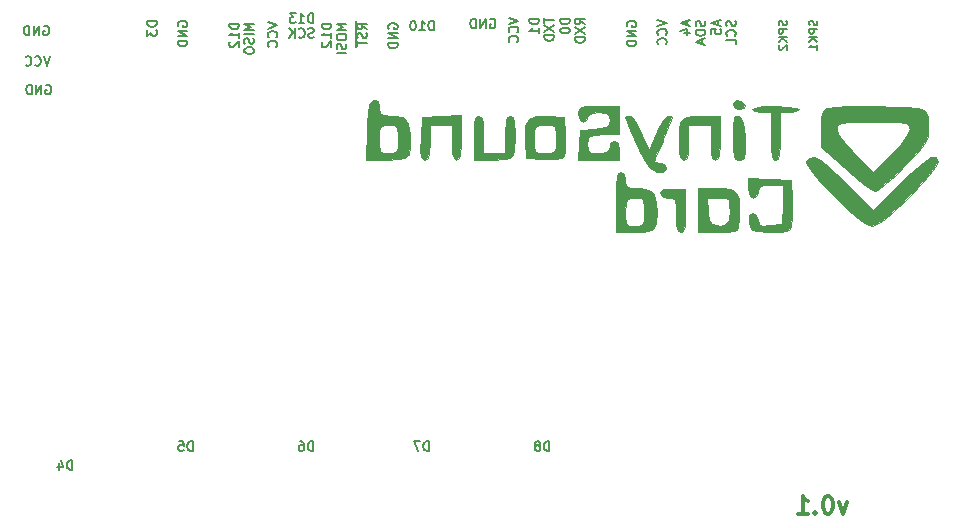
<source format=gbo>
G04 #@! TF.FileFunction,Legend,Bot*
%FSLAX46Y46*%
G04 Gerber Fmt 4.6, Leading zero omitted, Abs format (unit mm)*
G04 Created by KiCad (PCBNEW 4.0.1-stable) date 2018/09/01 18:49:11*
%MOMM*%
G01*
G04 APERTURE LIST*
%ADD10C,0.100000*%
%ADD11C,0.150000*%
%ADD12C,0.300000*%
%ADD13C,0.010000*%
%ADD14C,2.000000*%
%ADD15R,3.900000X3.900000*%
%ADD16R,2.200000X2.200000*%
%ADD17C,2.200000*%
%ADD18R,3.000000X1.400000*%
%ADD19C,1.700000*%
%ADD20R,2.100000X2.100000*%
%ADD21O,2.100000X2.100000*%
%ADD22O,2.000000X2.000000*%
%ADD23C,1.400000*%
%ADD24R,2.000000X1.100000*%
%ADD25R,1.100000X2.000000*%
%ADD26C,1.900000*%
%ADD27C,2.100000*%
%ADD28R,2.000000X2.000000*%
%ADD29C,2.400000*%
G04 APERTURE END LIST*
D10*
D11*
X64790476Y-78400000D02*
X64866667Y-78361905D01*
X64980952Y-78361905D01*
X65095238Y-78400000D01*
X65171429Y-78476190D01*
X65209524Y-78552381D01*
X65247619Y-78704762D01*
X65247619Y-78819048D01*
X65209524Y-78971429D01*
X65171429Y-79047619D01*
X65095238Y-79123810D01*
X64980952Y-79161905D01*
X64904762Y-79161905D01*
X64790476Y-79123810D01*
X64752381Y-79085714D01*
X64752381Y-78819048D01*
X64904762Y-78819048D01*
X64409524Y-79161905D02*
X64409524Y-78361905D01*
X63952381Y-79161905D01*
X63952381Y-78361905D01*
X63571429Y-79161905D02*
X63571429Y-78361905D01*
X63380953Y-78361905D01*
X63266667Y-78400000D01*
X63190476Y-78476190D01*
X63152381Y-78552381D01*
X63114286Y-78704762D01*
X63114286Y-78819048D01*
X63152381Y-78971429D01*
X63190476Y-79047619D01*
X63266667Y-79123810D01*
X63380953Y-79161905D01*
X63571429Y-79161905D01*
X64590476Y-73400000D02*
X64666667Y-73361905D01*
X64780952Y-73361905D01*
X64895238Y-73400000D01*
X64971429Y-73476190D01*
X65009524Y-73552381D01*
X65047619Y-73704762D01*
X65047619Y-73819048D01*
X65009524Y-73971429D01*
X64971429Y-74047619D01*
X64895238Y-74123810D01*
X64780952Y-74161905D01*
X64704762Y-74161905D01*
X64590476Y-74123810D01*
X64552381Y-74085714D01*
X64552381Y-73819048D01*
X64704762Y-73819048D01*
X64209524Y-74161905D02*
X64209524Y-73361905D01*
X63752381Y-74161905D01*
X63752381Y-73361905D01*
X63371429Y-74161905D02*
X63371429Y-73361905D01*
X63180953Y-73361905D01*
X63066667Y-73400000D01*
X62990476Y-73476190D01*
X62952381Y-73552381D01*
X62914286Y-73704762D01*
X62914286Y-73819048D01*
X62952381Y-73971429D01*
X62990476Y-74047619D01*
X63066667Y-74123810D01*
X63180953Y-74161905D01*
X63371429Y-74161905D01*
X65123810Y-75961905D02*
X64857143Y-76761905D01*
X64590476Y-75961905D01*
X63866667Y-76685714D02*
X63904762Y-76723810D01*
X64019048Y-76761905D01*
X64095238Y-76761905D01*
X64209524Y-76723810D01*
X64285715Y-76647619D01*
X64323810Y-76571429D01*
X64361905Y-76419048D01*
X64361905Y-76304762D01*
X64323810Y-76152381D01*
X64285715Y-76076190D01*
X64209524Y-76000000D01*
X64095238Y-75961905D01*
X64019048Y-75961905D01*
X63904762Y-76000000D01*
X63866667Y-76038095D01*
X63066667Y-76685714D02*
X63104762Y-76723810D01*
X63219048Y-76761905D01*
X63295238Y-76761905D01*
X63409524Y-76723810D01*
X63485715Y-76647619D01*
X63523810Y-76571429D01*
X63561905Y-76419048D01*
X63561905Y-76304762D01*
X63523810Y-76152381D01*
X63485715Y-76076190D01*
X63409524Y-76000000D01*
X63295238Y-75961905D01*
X63219048Y-75961905D01*
X63104762Y-76000000D01*
X63066667Y-76038095D01*
X107409524Y-109361905D02*
X107409524Y-108561905D01*
X107219048Y-108561905D01*
X107104762Y-108600000D01*
X107028571Y-108676190D01*
X106990476Y-108752381D01*
X106952381Y-108904762D01*
X106952381Y-109019048D01*
X106990476Y-109171429D01*
X107028571Y-109247619D01*
X107104762Y-109323810D01*
X107219048Y-109361905D01*
X107409524Y-109361905D01*
X106495238Y-108904762D02*
X106571429Y-108866667D01*
X106609524Y-108828571D01*
X106647619Y-108752381D01*
X106647619Y-108714286D01*
X106609524Y-108638095D01*
X106571429Y-108600000D01*
X106495238Y-108561905D01*
X106342857Y-108561905D01*
X106266667Y-108600000D01*
X106228571Y-108638095D01*
X106190476Y-108714286D01*
X106190476Y-108752381D01*
X106228571Y-108828571D01*
X106266667Y-108866667D01*
X106342857Y-108904762D01*
X106495238Y-108904762D01*
X106571429Y-108942857D01*
X106609524Y-108980952D01*
X106647619Y-109057143D01*
X106647619Y-109209524D01*
X106609524Y-109285714D01*
X106571429Y-109323810D01*
X106495238Y-109361905D01*
X106342857Y-109361905D01*
X106266667Y-109323810D01*
X106228571Y-109285714D01*
X106190476Y-109209524D01*
X106190476Y-109057143D01*
X106228571Y-108980952D01*
X106266667Y-108942857D01*
X106342857Y-108904762D01*
X97209524Y-109361905D02*
X97209524Y-108561905D01*
X97019048Y-108561905D01*
X96904762Y-108600000D01*
X96828571Y-108676190D01*
X96790476Y-108752381D01*
X96752381Y-108904762D01*
X96752381Y-109019048D01*
X96790476Y-109171429D01*
X96828571Y-109247619D01*
X96904762Y-109323810D01*
X97019048Y-109361905D01*
X97209524Y-109361905D01*
X96485714Y-108561905D02*
X95952381Y-108561905D01*
X96295238Y-109361905D01*
X87409524Y-109361905D02*
X87409524Y-108561905D01*
X87219048Y-108561905D01*
X87104762Y-108600000D01*
X87028571Y-108676190D01*
X86990476Y-108752381D01*
X86952381Y-108904762D01*
X86952381Y-109019048D01*
X86990476Y-109171429D01*
X87028571Y-109247619D01*
X87104762Y-109323810D01*
X87219048Y-109361905D01*
X87409524Y-109361905D01*
X86266667Y-108561905D02*
X86419048Y-108561905D01*
X86495238Y-108600000D01*
X86533333Y-108638095D01*
X86609524Y-108752381D01*
X86647619Y-108904762D01*
X86647619Y-109209524D01*
X86609524Y-109285714D01*
X86571429Y-109323810D01*
X86495238Y-109361905D01*
X86342857Y-109361905D01*
X86266667Y-109323810D01*
X86228571Y-109285714D01*
X86190476Y-109209524D01*
X86190476Y-109019048D01*
X86228571Y-108942857D01*
X86266667Y-108904762D01*
X86342857Y-108866667D01*
X86495238Y-108866667D01*
X86571429Y-108904762D01*
X86609524Y-108942857D01*
X86647619Y-109019048D01*
X77209524Y-109361905D02*
X77209524Y-108561905D01*
X77019048Y-108561905D01*
X76904762Y-108600000D01*
X76828571Y-108676190D01*
X76790476Y-108752381D01*
X76752381Y-108904762D01*
X76752381Y-109019048D01*
X76790476Y-109171429D01*
X76828571Y-109247619D01*
X76904762Y-109323810D01*
X77019048Y-109361905D01*
X77209524Y-109361905D01*
X76028571Y-108561905D02*
X76409524Y-108561905D01*
X76447619Y-108942857D01*
X76409524Y-108904762D01*
X76333333Y-108866667D01*
X76142857Y-108866667D01*
X76066667Y-108904762D01*
X76028571Y-108942857D01*
X75990476Y-109019048D01*
X75990476Y-109209524D01*
X76028571Y-109285714D01*
X76066667Y-109323810D01*
X76142857Y-109361905D01*
X76333333Y-109361905D01*
X76409524Y-109323810D01*
X76447619Y-109285714D01*
X67009524Y-110961905D02*
X67009524Y-110161905D01*
X66819048Y-110161905D01*
X66704762Y-110200000D01*
X66628571Y-110276190D01*
X66590476Y-110352381D01*
X66552381Y-110504762D01*
X66552381Y-110619048D01*
X66590476Y-110771429D01*
X66628571Y-110847619D01*
X66704762Y-110923810D01*
X66819048Y-110961905D01*
X67009524Y-110961905D01*
X65866667Y-110428571D02*
X65866667Y-110961905D01*
X66057143Y-110123810D02*
X66247619Y-110695238D01*
X65752381Y-110695238D01*
X130083333Y-72933333D02*
X130116667Y-73033333D01*
X130116667Y-73200000D01*
X130083333Y-73266667D01*
X130050000Y-73300000D01*
X129983333Y-73333333D01*
X129916667Y-73333333D01*
X129850000Y-73300000D01*
X129816667Y-73266667D01*
X129783333Y-73200000D01*
X129750000Y-73066667D01*
X129716667Y-73000000D01*
X129683333Y-72966667D01*
X129616667Y-72933333D01*
X129550000Y-72933333D01*
X129483333Y-72966667D01*
X129450000Y-73000000D01*
X129416667Y-73066667D01*
X129416667Y-73233333D01*
X129450000Y-73333333D01*
X130116667Y-73633334D02*
X129416667Y-73633334D01*
X129416667Y-73900000D01*
X129450000Y-73966667D01*
X129483333Y-74000000D01*
X129550000Y-74033334D01*
X129650000Y-74033334D01*
X129716667Y-74000000D01*
X129750000Y-73966667D01*
X129783333Y-73900000D01*
X129783333Y-73633334D01*
X130116667Y-74333334D02*
X129416667Y-74333334D01*
X130116667Y-74733334D02*
X129716667Y-74433334D01*
X129416667Y-74733334D02*
X129816667Y-74333334D01*
X130116667Y-75400000D02*
X130116667Y-75000000D01*
X130116667Y-75200000D02*
X129416667Y-75200000D01*
X129516667Y-75133334D01*
X129583333Y-75066667D01*
X129616667Y-75000000D01*
X127483333Y-72933333D02*
X127516667Y-73033333D01*
X127516667Y-73200000D01*
X127483333Y-73266667D01*
X127450000Y-73300000D01*
X127383333Y-73333333D01*
X127316667Y-73333333D01*
X127250000Y-73300000D01*
X127216667Y-73266667D01*
X127183333Y-73200000D01*
X127150000Y-73066667D01*
X127116667Y-73000000D01*
X127083333Y-72966667D01*
X127016667Y-72933333D01*
X126950000Y-72933333D01*
X126883333Y-72966667D01*
X126850000Y-73000000D01*
X126816667Y-73066667D01*
X126816667Y-73233333D01*
X126850000Y-73333333D01*
X127516667Y-73633334D02*
X126816667Y-73633334D01*
X126816667Y-73900000D01*
X126850000Y-73966667D01*
X126883333Y-74000000D01*
X126950000Y-74033334D01*
X127050000Y-74033334D01*
X127116667Y-74000000D01*
X127150000Y-73966667D01*
X127183333Y-73900000D01*
X127183333Y-73633334D01*
X127516667Y-74333334D02*
X126816667Y-74333334D01*
X127516667Y-74733334D02*
X127116667Y-74433334D01*
X126816667Y-74733334D02*
X127216667Y-74333334D01*
X126883333Y-75000000D02*
X126850000Y-75033334D01*
X126816667Y-75100000D01*
X126816667Y-75266667D01*
X126850000Y-75333334D01*
X126883333Y-75366667D01*
X126950000Y-75400000D01*
X127016667Y-75400000D01*
X127116667Y-75366667D01*
X127516667Y-74966667D01*
X127516667Y-75400000D01*
X121698333Y-72952381D02*
X121698333Y-73333333D01*
X121926905Y-72876190D02*
X121126905Y-73142857D01*
X121926905Y-73409524D01*
X121126905Y-74057143D02*
X121126905Y-73676190D01*
X121507857Y-73638095D01*
X121469762Y-73676190D01*
X121431667Y-73752381D01*
X121431667Y-73942857D01*
X121469762Y-74019047D01*
X121507857Y-74057143D01*
X121584048Y-74095238D01*
X121774524Y-74095238D01*
X121850714Y-74057143D01*
X121888810Y-74019047D01*
X121926905Y-73942857D01*
X121926905Y-73752381D01*
X121888810Y-73676190D01*
X121850714Y-73638095D01*
X123158810Y-72952381D02*
X123196905Y-73066667D01*
X123196905Y-73257143D01*
X123158810Y-73333333D01*
X123120714Y-73371429D01*
X123044524Y-73409524D01*
X122968333Y-73409524D01*
X122892143Y-73371429D01*
X122854048Y-73333333D01*
X122815952Y-73257143D01*
X122777857Y-73104762D01*
X122739762Y-73028571D01*
X122701667Y-72990476D01*
X122625476Y-72952381D01*
X122549286Y-72952381D01*
X122473095Y-72990476D01*
X122435000Y-73028571D01*
X122396905Y-73104762D01*
X122396905Y-73295238D01*
X122435000Y-73409524D01*
X123120714Y-74209524D02*
X123158810Y-74171429D01*
X123196905Y-74057143D01*
X123196905Y-73980953D01*
X123158810Y-73866667D01*
X123082619Y-73790476D01*
X123006429Y-73752381D01*
X122854048Y-73714286D01*
X122739762Y-73714286D01*
X122587381Y-73752381D01*
X122511190Y-73790476D01*
X122435000Y-73866667D01*
X122396905Y-73980953D01*
X122396905Y-74057143D01*
X122435000Y-74171429D01*
X122473095Y-74209524D01*
X123196905Y-74933334D02*
X123196905Y-74552381D01*
X122396905Y-74552381D01*
X119098333Y-72952381D02*
X119098333Y-73333333D01*
X119326905Y-72876190D02*
X118526905Y-73142857D01*
X119326905Y-73409524D01*
X118793571Y-74019047D02*
X119326905Y-74019047D01*
X118488810Y-73828571D02*
X119060238Y-73638095D01*
X119060238Y-74133333D01*
X120558810Y-72952381D02*
X120596905Y-73066667D01*
X120596905Y-73257143D01*
X120558810Y-73333333D01*
X120520714Y-73371429D01*
X120444524Y-73409524D01*
X120368333Y-73409524D01*
X120292143Y-73371429D01*
X120254048Y-73333333D01*
X120215952Y-73257143D01*
X120177857Y-73104762D01*
X120139762Y-73028571D01*
X120101667Y-72990476D01*
X120025476Y-72952381D01*
X119949286Y-72952381D01*
X119873095Y-72990476D01*
X119835000Y-73028571D01*
X119796905Y-73104762D01*
X119796905Y-73295238D01*
X119835000Y-73409524D01*
X120596905Y-73752381D02*
X119796905Y-73752381D01*
X119796905Y-73942857D01*
X119835000Y-74057143D01*
X119911190Y-74133334D01*
X119987381Y-74171429D01*
X120139762Y-74209524D01*
X120254048Y-74209524D01*
X120406429Y-74171429D01*
X120482619Y-74133334D01*
X120558810Y-74057143D01*
X120596905Y-73942857D01*
X120596905Y-73752381D01*
X120368333Y-74514286D02*
X120368333Y-74895238D01*
X120596905Y-74438095D02*
X119796905Y-74704762D01*
X120596905Y-74971429D01*
X116561905Y-72876190D02*
X117361905Y-73142857D01*
X116561905Y-73409524D01*
X117285714Y-74133333D02*
X117323810Y-74095238D01*
X117361905Y-73980952D01*
X117361905Y-73904762D01*
X117323810Y-73790476D01*
X117247619Y-73714285D01*
X117171429Y-73676190D01*
X117019048Y-73638095D01*
X116904762Y-73638095D01*
X116752381Y-73676190D01*
X116676190Y-73714285D01*
X116600000Y-73790476D01*
X116561905Y-73904762D01*
X116561905Y-73980952D01*
X116600000Y-74095238D01*
X116638095Y-74133333D01*
X117285714Y-74933333D02*
X117323810Y-74895238D01*
X117361905Y-74780952D01*
X117361905Y-74704762D01*
X117323810Y-74590476D01*
X117247619Y-74514285D01*
X117171429Y-74476190D01*
X117019048Y-74438095D01*
X116904762Y-74438095D01*
X116752381Y-74476190D01*
X116676190Y-74514285D01*
X116600000Y-74590476D01*
X116561905Y-74704762D01*
X116561905Y-74780952D01*
X116600000Y-74895238D01*
X116638095Y-74933333D01*
X114000000Y-73409524D02*
X113961905Y-73333333D01*
X113961905Y-73219048D01*
X114000000Y-73104762D01*
X114076190Y-73028571D01*
X114152381Y-72990476D01*
X114304762Y-72952381D01*
X114419048Y-72952381D01*
X114571429Y-72990476D01*
X114647619Y-73028571D01*
X114723810Y-73104762D01*
X114761905Y-73219048D01*
X114761905Y-73295238D01*
X114723810Y-73409524D01*
X114685714Y-73447619D01*
X114419048Y-73447619D01*
X114419048Y-73295238D01*
X114761905Y-73790476D02*
X113961905Y-73790476D01*
X114761905Y-74247619D01*
X113961905Y-74247619D01*
X114761905Y-74628571D02*
X113961905Y-74628571D01*
X113961905Y-74819047D01*
X114000000Y-74933333D01*
X114076190Y-75009524D01*
X114152381Y-75047619D01*
X114304762Y-75085714D01*
X114419048Y-75085714D01*
X114571429Y-75047619D01*
X114647619Y-75009524D01*
X114723810Y-74933333D01*
X114761905Y-74819047D01*
X114761905Y-74628571D01*
X109126905Y-72790476D02*
X108326905Y-72790476D01*
X108326905Y-72980952D01*
X108365000Y-73095238D01*
X108441190Y-73171429D01*
X108517381Y-73209524D01*
X108669762Y-73247619D01*
X108784048Y-73247619D01*
X108936429Y-73209524D01*
X109012619Y-73171429D01*
X109088810Y-73095238D01*
X109126905Y-72980952D01*
X109126905Y-72790476D01*
X108326905Y-73742857D02*
X108326905Y-73819048D01*
X108365000Y-73895238D01*
X108403095Y-73933333D01*
X108479286Y-73971429D01*
X108631667Y-74009524D01*
X108822143Y-74009524D01*
X108974524Y-73971429D01*
X109050714Y-73933333D01*
X109088810Y-73895238D01*
X109126905Y-73819048D01*
X109126905Y-73742857D01*
X109088810Y-73666667D01*
X109050714Y-73628571D01*
X108974524Y-73590476D01*
X108822143Y-73552381D01*
X108631667Y-73552381D01*
X108479286Y-73590476D01*
X108403095Y-73628571D01*
X108365000Y-73666667D01*
X108326905Y-73742857D01*
X110396905Y-73247619D02*
X110015952Y-72980952D01*
X110396905Y-72790476D02*
X109596905Y-72790476D01*
X109596905Y-73095238D01*
X109635000Y-73171429D01*
X109673095Y-73209524D01*
X109749286Y-73247619D01*
X109863571Y-73247619D01*
X109939762Y-73209524D01*
X109977857Y-73171429D01*
X110015952Y-73095238D01*
X110015952Y-72790476D01*
X109596905Y-73514286D02*
X110396905Y-74047619D01*
X109596905Y-74047619D02*
X110396905Y-73514286D01*
X110396905Y-74352381D02*
X109596905Y-74352381D01*
X109596905Y-74542857D01*
X109635000Y-74657143D01*
X109711190Y-74733334D01*
X109787381Y-74771429D01*
X109939762Y-74809524D01*
X110054048Y-74809524D01*
X110206429Y-74771429D01*
X110282619Y-74733334D01*
X110358810Y-74657143D01*
X110396905Y-74542857D01*
X110396905Y-74352381D01*
X106526905Y-72790476D02*
X105726905Y-72790476D01*
X105726905Y-72980952D01*
X105765000Y-73095238D01*
X105841190Y-73171429D01*
X105917381Y-73209524D01*
X106069762Y-73247619D01*
X106184048Y-73247619D01*
X106336429Y-73209524D01*
X106412619Y-73171429D01*
X106488810Y-73095238D01*
X106526905Y-72980952D01*
X106526905Y-72790476D01*
X106526905Y-74009524D02*
X106526905Y-73552381D01*
X106526905Y-73780952D02*
X105726905Y-73780952D01*
X105841190Y-73704762D01*
X105917381Y-73628571D01*
X105955476Y-73552381D01*
X106996905Y-72676190D02*
X106996905Y-73133333D01*
X107796905Y-72904762D02*
X106996905Y-72904762D01*
X106996905Y-73323810D02*
X107796905Y-73857143D01*
X106996905Y-73857143D02*
X107796905Y-73323810D01*
X107796905Y-74161905D02*
X106996905Y-74161905D01*
X106996905Y-74352381D01*
X107035000Y-74466667D01*
X107111190Y-74542858D01*
X107187381Y-74580953D01*
X107339762Y-74619048D01*
X107454048Y-74619048D01*
X107606429Y-74580953D01*
X107682619Y-74542858D01*
X107758810Y-74466667D01*
X107796905Y-74352381D01*
X107796905Y-74161905D01*
X102390476Y-72800000D02*
X102466667Y-72761905D01*
X102580952Y-72761905D01*
X102695238Y-72800000D01*
X102771429Y-72876190D01*
X102809524Y-72952381D01*
X102847619Y-73104762D01*
X102847619Y-73219048D01*
X102809524Y-73371429D01*
X102771429Y-73447619D01*
X102695238Y-73523810D01*
X102580952Y-73561905D01*
X102504762Y-73561905D01*
X102390476Y-73523810D01*
X102352381Y-73485714D01*
X102352381Y-73219048D01*
X102504762Y-73219048D01*
X102009524Y-73561905D02*
X102009524Y-72761905D01*
X101552381Y-73561905D01*
X101552381Y-72761905D01*
X101171429Y-73561905D02*
X101171429Y-72761905D01*
X100980953Y-72761905D01*
X100866667Y-72800000D01*
X100790476Y-72876190D01*
X100752381Y-72952381D01*
X100714286Y-73104762D01*
X100714286Y-73219048D01*
X100752381Y-73371429D01*
X100790476Y-73447619D01*
X100866667Y-73523810D01*
X100980953Y-73561905D01*
X101171429Y-73561905D01*
X103961905Y-72676190D02*
X104761905Y-72942857D01*
X103961905Y-73209524D01*
X104685714Y-73933333D02*
X104723810Y-73895238D01*
X104761905Y-73780952D01*
X104761905Y-73704762D01*
X104723810Y-73590476D01*
X104647619Y-73514285D01*
X104571429Y-73476190D01*
X104419048Y-73438095D01*
X104304762Y-73438095D01*
X104152381Y-73476190D01*
X104076190Y-73514285D01*
X104000000Y-73590476D01*
X103961905Y-73704762D01*
X103961905Y-73780952D01*
X104000000Y-73895238D01*
X104038095Y-73933333D01*
X104685714Y-74733333D02*
X104723810Y-74695238D01*
X104761905Y-74580952D01*
X104761905Y-74504762D01*
X104723810Y-74390476D01*
X104647619Y-74314285D01*
X104571429Y-74276190D01*
X104419048Y-74238095D01*
X104304762Y-74238095D01*
X104152381Y-74276190D01*
X104076190Y-74314285D01*
X104000000Y-74390476D01*
X103961905Y-74504762D01*
X103961905Y-74580952D01*
X104000000Y-74695238D01*
X104038095Y-74733333D01*
X97609524Y-73761905D02*
X97609524Y-72961905D01*
X97419048Y-72961905D01*
X97304762Y-73000000D01*
X97228571Y-73076190D01*
X97190476Y-73152381D01*
X97152381Y-73304762D01*
X97152381Y-73419048D01*
X97190476Y-73571429D01*
X97228571Y-73647619D01*
X97304762Y-73723810D01*
X97419048Y-73761905D01*
X97609524Y-73761905D01*
X96390476Y-73761905D02*
X96847619Y-73761905D01*
X96619048Y-73761905D02*
X96619048Y-72961905D01*
X96695238Y-73076190D01*
X96771429Y-73152381D01*
X96847619Y-73190476D01*
X95895238Y-72961905D02*
X95819047Y-72961905D01*
X95742857Y-73000000D01*
X95704762Y-73038095D01*
X95666666Y-73114286D01*
X95628571Y-73266667D01*
X95628571Y-73457143D01*
X95666666Y-73609524D01*
X95704762Y-73685714D01*
X95742857Y-73723810D01*
X95819047Y-73761905D01*
X95895238Y-73761905D01*
X95971428Y-73723810D01*
X96009524Y-73685714D01*
X96047619Y-73609524D01*
X96085714Y-73457143D01*
X96085714Y-73266667D01*
X96047619Y-73114286D01*
X96009524Y-73038095D01*
X95971428Y-73000000D01*
X95895238Y-72961905D01*
X93800000Y-73609524D02*
X93761905Y-73533333D01*
X93761905Y-73419048D01*
X93800000Y-73304762D01*
X93876190Y-73228571D01*
X93952381Y-73190476D01*
X94104762Y-73152381D01*
X94219048Y-73152381D01*
X94371429Y-73190476D01*
X94447619Y-73228571D01*
X94523810Y-73304762D01*
X94561905Y-73419048D01*
X94561905Y-73495238D01*
X94523810Y-73609524D01*
X94485714Y-73647619D01*
X94219048Y-73647619D01*
X94219048Y-73495238D01*
X94561905Y-73990476D02*
X93761905Y-73990476D01*
X94561905Y-74447619D01*
X93761905Y-74447619D01*
X94561905Y-74828571D02*
X93761905Y-74828571D01*
X93761905Y-75019047D01*
X93800000Y-75133333D01*
X93876190Y-75209524D01*
X93952381Y-75247619D01*
X94104762Y-75285714D01*
X94219048Y-75285714D01*
X94371429Y-75247619D01*
X94447619Y-75209524D01*
X94523810Y-75133333D01*
X94561905Y-75019047D01*
X94561905Y-74828571D01*
X91961905Y-73647619D02*
X91580952Y-73380952D01*
X91961905Y-73190476D02*
X91161905Y-73190476D01*
X91161905Y-73495238D01*
X91200000Y-73571429D01*
X91238095Y-73609524D01*
X91314286Y-73647619D01*
X91428571Y-73647619D01*
X91504762Y-73609524D01*
X91542857Y-73571429D01*
X91580952Y-73495238D01*
X91580952Y-73190476D01*
X91923810Y-73952381D02*
X91961905Y-74066667D01*
X91961905Y-74257143D01*
X91923810Y-74333333D01*
X91885714Y-74371429D01*
X91809524Y-74409524D01*
X91733333Y-74409524D01*
X91657143Y-74371429D01*
X91619048Y-74333333D01*
X91580952Y-74257143D01*
X91542857Y-74104762D01*
X91504762Y-74028571D01*
X91466667Y-73990476D01*
X91390476Y-73952381D01*
X91314286Y-73952381D01*
X91238095Y-73990476D01*
X91200000Y-74028571D01*
X91161905Y-74104762D01*
X91161905Y-74295238D01*
X91200000Y-74409524D01*
X91161905Y-74638095D02*
X91161905Y-75095238D01*
X91961905Y-74866667D02*
X91161905Y-74866667D01*
X91024000Y-73000000D02*
X91024000Y-75171429D01*
X88926905Y-73190476D02*
X88126905Y-73190476D01*
X88126905Y-73380952D01*
X88165000Y-73495238D01*
X88241190Y-73571429D01*
X88317381Y-73609524D01*
X88469762Y-73647619D01*
X88584048Y-73647619D01*
X88736429Y-73609524D01*
X88812619Y-73571429D01*
X88888810Y-73495238D01*
X88926905Y-73380952D01*
X88926905Y-73190476D01*
X88926905Y-74409524D02*
X88926905Y-73952381D01*
X88926905Y-74180952D02*
X88126905Y-74180952D01*
X88241190Y-74104762D01*
X88317381Y-74028571D01*
X88355476Y-73952381D01*
X88203095Y-74714286D02*
X88165000Y-74752381D01*
X88126905Y-74828572D01*
X88126905Y-75019048D01*
X88165000Y-75095238D01*
X88203095Y-75133334D01*
X88279286Y-75171429D01*
X88355476Y-75171429D01*
X88469762Y-75133334D01*
X88926905Y-74676191D01*
X88926905Y-75171429D01*
X90196905Y-73190476D02*
X89396905Y-73190476D01*
X89968333Y-73457143D01*
X89396905Y-73723810D01*
X90196905Y-73723810D01*
X89396905Y-74257143D02*
X89396905Y-74409524D01*
X89435000Y-74485715D01*
X89511190Y-74561905D01*
X89663571Y-74600000D01*
X89930238Y-74600000D01*
X90082619Y-74561905D01*
X90158810Y-74485715D01*
X90196905Y-74409524D01*
X90196905Y-74257143D01*
X90158810Y-74180953D01*
X90082619Y-74104762D01*
X89930238Y-74066667D01*
X89663571Y-74066667D01*
X89511190Y-74104762D01*
X89435000Y-74180953D01*
X89396905Y-74257143D01*
X90158810Y-74904762D02*
X90196905Y-75019048D01*
X90196905Y-75209524D01*
X90158810Y-75285714D01*
X90120714Y-75323810D01*
X90044524Y-75361905D01*
X89968333Y-75361905D01*
X89892143Y-75323810D01*
X89854048Y-75285714D01*
X89815952Y-75209524D01*
X89777857Y-75057143D01*
X89739762Y-74980952D01*
X89701667Y-74942857D01*
X89625476Y-74904762D01*
X89549286Y-74904762D01*
X89473095Y-74942857D01*
X89435000Y-74980952D01*
X89396905Y-75057143D01*
X89396905Y-75247619D01*
X89435000Y-75361905D01*
X90196905Y-75704762D02*
X89396905Y-75704762D01*
X87409524Y-73126905D02*
X87409524Y-72326905D01*
X87219048Y-72326905D01*
X87104762Y-72365000D01*
X87028571Y-72441190D01*
X86990476Y-72517381D01*
X86952381Y-72669762D01*
X86952381Y-72784048D01*
X86990476Y-72936429D01*
X87028571Y-73012619D01*
X87104762Y-73088810D01*
X87219048Y-73126905D01*
X87409524Y-73126905D01*
X86190476Y-73126905D02*
X86647619Y-73126905D01*
X86419048Y-73126905D02*
X86419048Y-72326905D01*
X86495238Y-72441190D01*
X86571429Y-72517381D01*
X86647619Y-72555476D01*
X85923809Y-72326905D02*
X85428571Y-72326905D01*
X85695238Y-72631667D01*
X85580952Y-72631667D01*
X85504762Y-72669762D01*
X85466666Y-72707857D01*
X85428571Y-72784048D01*
X85428571Y-72974524D01*
X85466666Y-73050714D01*
X85504762Y-73088810D01*
X85580952Y-73126905D01*
X85809524Y-73126905D01*
X85885714Y-73088810D01*
X85923809Y-73050714D01*
X87447619Y-74358810D02*
X87333333Y-74396905D01*
X87142857Y-74396905D01*
X87066667Y-74358810D01*
X87028571Y-74320714D01*
X86990476Y-74244524D01*
X86990476Y-74168333D01*
X87028571Y-74092143D01*
X87066667Y-74054048D01*
X87142857Y-74015952D01*
X87295238Y-73977857D01*
X87371429Y-73939762D01*
X87409524Y-73901667D01*
X87447619Y-73825476D01*
X87447619Y-73749286D01*
X87409524Y-73673095D01*
X87371429Y-73635000D01*
X87295238Y-73596905D01*
X87104762Y-73596905D01*
X86990476Y-73635000D01*
X86190476Y-74320714D02*
X86228571Y-74358810D01*
X86342857Y-74396905D01*
X86419047Y-74396905D01*
X86533333Y-74358810D01*
X86609524Y-74282619D01*
X86647619Y-74206429D01*
X86685714Y-74054048D01*
X86685714Y-73939762D01*
X86647619Y-73787381D01*
X86609524Y-73711190D01*
X86533333Y-73635000D01*
X86419047Y-73596905D01*
X86342857Y-73596905D01*
X86228571Y-73635000D01*
X86190476Y-73673095D01*
X85847619Y-74396905D02*
X85847619Y-73596905D01*
X85390476Y-74396905D02*
X85733333Y-73939762D01*
X85390476Y-73596905D02*
X85847619Y-74054048D01*
X83561905Y-73076190D02*
X84361905Y-73342857D01*
X83561905Y-73609524D01*
X84285714Y-74333333D02*
X84323810Y-74295238D01*
X84361905Y-74180952D01*
X84361905Y-74104762D01*
X84323810Y-73990476D01*
X84247619Y-73914285D01*
X84171429Y-73876190D01*
X84019048Y-73838095D01*
X83904762Y-73838095D01*
X83752381Y-73876190D01*
X83676190Y-73914285D01*
X83600000Y-73990476D01*
X83561905Y-74104762D01*
X83561905Y-74180952D01*
X83600000Y-74295238D01*
X83638095Y-74333333D01*
X84285714Y-75133333D02*
X84323810Y-75095238D01*
X84361905Y-74980952D01*
X84361905Y-74904762D01*
X84323810Y-74790476D01*
X84247619Y-74714285D01*
X84171429Y-74676190D01*
X84019048Y-74638095D01*
X83904762Y-74638095D01*
X83752381Y-74676190D01*
X83676190Y-74714285D01*
X83600000Y-74790476D01*
X83561905Y-74904762D01*
X83561905Y-74980952D01*
X83600000Y-75095238D01*
X83638095Y-75133333D01*
X81126905Y-73190476D02*
X80326905Y-73190476D01*
X80326905Y-73380952D01*
X80365000Y-73495238D01*
X80441190Y-73571429D01*
X80517381Y-73609524D01*
X80669762Y-73647619D01*
X80784048Y-73647619D01*
X80936429Y-73609524D01*
X81012619Y-73571429D01*
X81088810Y-73495238D01*
X81126905Y-73380952D01*
X81126905Y-73190476D01*
X81126905Y-74409524D02*
X81126905Y-73952381D01*
X81126905Y-74180952D02*
X80326905Y-74180952D01*
X80441190Y-74104762D01*
X80517381Y-74028571D01*
X80555476Y-73952381D01*
X80403095Y-74714286D02*
X80365000Y-74752381D01*
X80326905Y-74828572D01*
X80326905Y-75019048D01*
X80365000Y-75095238D01*
X80403095Y-75133334D01*
X80479286Y-75171429D01*
X80555476Y-75171429D01*
X80669762Y-75133334D01*
X81126905Y-74676191D01*
X81126905Y-75171429D01*
X82396905Y-73190476D02*
X81596905Y-73190476D01*
X82168333Y-73457143D01*
X81596905Y-73723810D01*
X82396905Y-73723810D01*
X82396905Y-74104762D02*
X81596905Y-74104762D01*
X82358810Y-74447619D02*
X82396905Y-74561905D01*
X82396905Y-74752381D01*
X82358810Y-74828571D01*
X82320714Y-74866667D01*
X82244524Y-74904762D01*
X82168333Y-74904762D01*
X82092143Y-74866667D01*
X82054048Y-74828571D01*
X82015952Y-74752381D01*
X81977857Y-74600000D01*
X81939762Y-74523809D01*
X81901667Y-74485714D01*
X81825476Y-74447619D01*
X81749286Y-74447619D01*
X81673095Y-74485714D01*
X81635000Y-74523809D01*
X81596905Y-74600000D01*
X81596905Y-74790476D01*
X81635000Y-74904762D01*
X81596905Y-75400000D02*
X81596905Y-75552381D01*
X81635000Y-75628572D01*
X81711190Y-75704762D01*
X81863571Y-75742857D01*
X82130238Y-75742857D01*
X82282619Y-75704762D01*
X82358810Y-75628572D01*
X82396905Y-75552381D01*
X82396905Y-75400000D01*
X82358810Y-75323810D01*
X82282619Y-75247619D01*
X82130238Y-75209524D01*
X81863571Y-75209524D01*
X81711190Y-75247619D01*
X81635000Y-75323810D01*
X81596905Y-75400000D01*
X76000000Y-73409524D02*
X75961905Y-73333333D01*
X75961905Y-73219048D01*
X76000000Y-73104762D01*
X76076190Y-73028571D01*
X76152381Y-72990476D01*
X76304762Y-72952381D01*
X76419048Y-72952381D01*
X76571429Y-72990476D01*
X76647619Y-73028571D01*
X76723810Y-73104762D01*
X76761905Y-73219048D01*
X76761905Y-73295238D01*
X76723810Y-73409524D01*
X76685714Y-73447619D01*
X76419048Y-73447619D01*
X76419048Y-73295238D01*
X76761905Y-73790476D02*
X75961905Y-73790476D01*
X76761905Y-74247619D01*
X75961905Y-74247619D01*
X76761905Y-74628571D02*
X75961905Y-74628571D01*
X75961905Y-74819047D01*
X76000000Y-74933333D01*
X76076190Y-75009524D01*
X76152381Y-75047619D01*
X76304762Y-75085714D01*
X76419048Y-75085714D01*
X76571429Y-75047619D01*
X76647619Y-75009524D01*
X76723810Y-74933333D01*
X76761905Y-74819047D01*
X76761905Y-74628571D01*
X74161905Y-72990476D02*
X73361905Y-72990476D01*
X73361905Y-73180952D01*
X73400000Y-73295238D01*
X73476190Y-73371429D01*
X73552381Y-73409524D01*
X73704762Y-73447619D01*
X73819048Y-73447619D01*
X73971429Y-73409524D01*
X74047619Y-73371429D01*
X74123810Y-73295238D01*
X74161905Y-73180952D01*
X74161905Y-72990476D01*
X73361905Y-73714286D02*
X73361905Y-74209524D01*
X73666667Y-73942857D01*
X73666667Y-74057143D01*
X73704762Y-74133333D01*
X73742857Y-74171429D01*
X73819048Y-74209524D01*
X74009524Y-74209524D01*
X74085714Y-74171429D01*
X74123810Y-74133333D01*
X74161905Y-74057143D01*
X74161905Y-73828571D01*
X74123810Y-73752381D01*
X74085714Y-73714286D01*
D12*
X132642856Y-113678571D02*
X132285713Y-114678571D01*
X131928571Y-113678571D01*
X131071428Y-113178571D02*
X130928571Y-113178571D01*
X130785714Y-113250000D01*
X130714285Y-113321429D01*
X130642856Y-113464286D01*
X130571428Y-113750000D01*
X130571428Y-114107143D01*
X130642856Y-114392857D01*
X130714285Y-114535714D01*
X130785714Y-114607143D01*
X130928571Y-114678571D01*
X131071428Y-114678571D01*
X131214285Y-114607143D01*
X131285714Y-114535714D01*
X131357142Y-114392857D01*
X131428571Y-114107143D01*
X131428571Y-113750000D01*
X131357142Y-113464286D01*
X131285714Y-113321429D01*
X131214285Y-113250000D01*
X131071428Y-113178571D01*
X129928571Y-114535714D02*
X129857143Y-114607143D01*
X129928571Y-114678571D01*
X130000000Y-114607143D01*
X129928571Y-114535714D01*
X129928571Y-114678571D01*
X128428571Y-114678571D02*
X129285714Y-114678571D01*
X128857142Y-114678571D02*
X128857142Y-113178571D01*
X128999999Y-113392857D01*
X129142857Y-113535714D01*
X129285714Y-113607143D01*
D13*
G36*
X124271053Y-87109363D02*
X124386990Y-87751486D01*
X124672106Y-87923684D01*
X124998721Y-87700780D01*
X125073158Y-87388947D01*
X125161651Y-87040715D01*
X125520345Y-86885687D01*
X126155390Y-86854210D01*
X127237622Y-86854210D01*
X127158022Y-88525263D01*
X127078421Y-90196315D01*
X126075790Y-90279297D01*
X125412829Y-90292290D01*
X125127958Y-90136333D01*
X125073158Y-89811403D01*
X124902384Y-89357062D01*
X124654346Y-89260526D01*
X124351282Y-89433694D01*
X124320136Y-89995789D01*
X124399425Y-90399697D01*
X124606264Y-90628510D01*
X125070729Y-90742871D01*
X125922899Y-90803423D01*
X126067548Y-90810439D01*
X126983962Y-90838391D01*
X127502435Y-90784408D01*
X127758157Y-90607935D01*
X127886319Y-90268419D01*
X127887289Y-90264561D01*
X127959990Y-89656754D01*
X127982018Y-88748957D01*
X127962374Y-88046227D01*
X127880527Y-86453158D01*
X126075790Y-86374099D01*
X124271053Y-86295041D01*
X124271053Y-87109363D01*
X124271053Y-87109363D01*
G37*
X124271053Y-87109363D02*
X124386990Y-87751486D01*
X124672106Y-87923684D01*
X124998721Y-87700780D01*
X125073158Y-87388947D01*
X125161651Y-87040715D01*
X125520345Y-86885687D01*
X126155390Y-86854210D01*
X127237622Y-86854210D01*
X127158022Y-88525263D01*
X127078421Y-90196315D01*
X126075790Y-90279297D01*
X125412829Y-90292290D01*
X125127958Y-90136333D01*
X125073158Y-89811403D01*
X124902384Y-89357062D01*
X124654346Y-89260526D01*
X124351282Y-89433694D01*
X124320136Y-89995789D01*
X124399425Y-90399697D01*
X124606264Y-90628510D01*
X125070729Y-90742871D01*
X125922899Y-90803423D01*
X126067548Y-90810439D01*
X126983962Y-90838391D01*
X127502435Y-90784408D01*
X127758157Y-90607935D01*
X127886319Y-90268419D01*
X127887289Y-90264561D01*
X127959990Y-89656754D01*
X127982018Y-88748957D01*
X127962374Y-88046227D01*
X127880527Y-86453158D01*
X126075790Y-86374099D01*
X124271053Y-86295041D01*
X124271053Y-87109363D01*
G36*
X119993158Y-90864736D02*
X121552807Y-90864736D01*
X122423362Y-90836327D01*
X123063160Y-90762829D01*
X123290702Y-90686491D01*
X123387741Y-90340996D01*
X123452480Y-89634558D01*
X123468948Y-88977202D01*
X123467862Y-88948596D01*
X122666842Y-88948596D01*
X122609727Y-89782612D01*
X122381004Y-90196557D01*
X121894613Y-90298214D01*
X121607375Y-90275432D01*
X121169680Y-90154333D01*
X120950304Y-89821853D01*
X120851299Y-89121484D01*
X120846733Y-89060000D01*
X120764517Y-87923684D01*
X121715680Y-87923684D01*
X122333626Y-87957836D01*
X122601568Y-88165223D01*
X122665572Y-88703235D01*
X122666842Y-88948596D01*
X123467862Y-88948596D01*
X123434070Y-88059304D01*
X123257617Y-87507424D01*
X122831856Y-87229045D01*
X122049058Y-87131653D01*
X121308133Y-87121579D01*
X119993158Y-87121579D01*
X119993158Y-90864736D01*
X119993158Y-90864736D01*
G37*
X119993158Y-90864736D02*
X121552807Y-90864736D01*
X122423362Y-90836327D01*
X123063160Y-90762829D01*
X123290702Y-90686491D01*
X123387741Y-90340996D01*
X123452480Y-89634558D01*
X123468948Y-88977202D01*
X123467862Y-88948596D01*
X122666842Y-88948596D01*
X122609727Y-89782612D01*
X122381004Y-90196557D01*
X121894613Y-90298214D01*
X121607375Y-90275432D01*
X121169680Y-90154333D01*
X120950304Y-89821853D01*
X120851299Y-89121484D01*
X120846733Y-89060000D01*
X120764517Y-87923684D01*
X121715680Y-87923684D01*
X122333626Y-87957836D01*
X122601568Y-88165223D01*
X122665572Y-88703235D01*
X122666842Y-88948596D01*
X123467862Y-88948596D01*
X123434070Y-88059304D01*
X123257617Y-87507424D01*
X122831856Y-87229045D01*
X122049058Y-87131653D01*
X121308133Y-87121579D01*
X119993158Y-87121579D01*
X119993158Y-90864736D01*
G36*
X117102665Y-87228179D02*
X116798956Y-87446666D01*
X116784737Y-87539390D01*
X117017629Y-87843895D01*
X117453158Y-87923684D01*
X117835977Y-87961856D01*
X118035307Y-88163610D01*
X118110629Y-88659801D01*
X118121579Y-89394210D01*
X118157585Y-90281025D01*
X118283927Y-90737594D01*
X118522632Y-90864736D01*
X118742126Y-90753359D01*
X118866935Y-90353420D01*
X118918572Y-89566211D01*
X118923685Y-89024676D01*
X118923685Y-87184615D01*
X117854211Y-87169856D01*
X117102665Y-87228179D01*
X117102665Y-87228179D01*
G37*
X117102665Y-87228179D02*
X116798956Y-87446666D01*
X116784737Y-87539390D01*
X117017629Y-87843895D01*
X117453158Y-87923684D01*
X117835977Y-87961856D01*
X118035307Y-88163610D01*
X118110629Y-88659801D01*
X118121579Y-89394210D01*
X118157585Y-90281025D01*
X118283927Y-90737594D01*
X118522632Y-90864736D01*
X118742126Y-90753359D01*
X118866935Y-90353420D01*
X118918572Y-89566211D01*
X118923685Y-89024676D01*
X118923685Y-87184615D01*
X117854211Y-87169856D01*
X117102665Y-87228179D01*
G36*
X113251454Y-85875641D02*
X113130469Y-86208116D01*
X113065523Y-86871804D01*
X113042461Y-87956348D01*
X113041579Y-88324736D01*
X113041579Y-90864736D01*
X114458632Y-90864736D01*
X115321878Y-90807409D01*
X115981872Y-90660732D01*
X116196527Y-90543894D01*
X116420709Y-90031175D01*
X116507256Y-89228489D01*
X116500847Y-89126842D01*
X115447895Y-89126842D01*
X115424643Y-89866682D01*
X115290391Y-90217094D01*
X114948392Y-90323198D01*
X114645790Y-90330000D01*
X114152563Y-90295122D01*
X113918955Y-90093744D01*
X113848219Y-89580745D01*
X113843685Y-89126842D01*
X113866936Y-88387002D01*
X114001189Y-88036589D01*
X114343188Y-87930485D01*
X114645790Y-87923684D01*
X115139017Y-87958561D01*
X115372625Y-88159940D01*
X115443361Y-88672939D01*
X115447895Y-89126842D01*
X116500847Y-89126842D01*
X116452716Y-88363497D01*
X116253633Y-87663859D01*
X116240593Y-87638738D01*
X115846379Y-87263653D01*
X115117236Y-87125586D01*
X114903751Y-87121579D01*
X114218566Y-87084332D01*
X113915572Y-86909188D01*
X113843939Y-86501041D01*
X113843685Y-86453158D01*
X113704230Y-85915562D01*
X113442632Y-85784736D01*
X113251454Y-85875641D01*
X113251454Y-85875641D01*
G37*
X113251454Y-85875641D02*
X113130469Y-86208116D01*
X113065523Y-86871804D01*
X113042461Y-87956348D01*
X113041579Y-88324736D01*
X113041579Y-90864736D01*
X114458632Y-90864736D01*
X115321878Y-90807409D01*
X115981872Y-90660732D01*
X116196527Y-90543894D01*
X116420709Y-90031175D01*
X116507256Y-89228489D01*
X116500847Y-89126842D01*
X115447895Y-89126842D01*
X115424643Y-89866682D01*
X115290391Y-90217094D01*
X114948392Y-90323198D01*
X114645790Y-90330000D01*
X114152563Y-90295122D01*
X113918955Y-90093744D01*
X113848219Y-89580745D01*
X113843685Y-89126842D01*
X113866936Y-88387002D01*
X114001189Y-88036589D01*
X114343188Y-87930485D01*
X114645790Y-87923684D01*
X115139017Y-87958561D01*
X115372625Y-88159940D01*
X115443361Y-88672939D01*
X115447895Y-89126842D01*
X116500847Y-89126842D01*
X116452716Y-88363497D01*
X116253633Y-87663859D01*
X116240593Y-87638738D01*
X115846379Y-87263653D01*
X115117236Y-87125586D01*
X114903751Y-87121579D01*
X114218566Y-87084332D01*
X113915572Y-86909188D01*
X113843939Y-86501041D01*
X113843685Y-86453158D01*
X113704230Y-85915562D01*
X113442632Y-85784736D01*
X113251454Y-85875641D01*
G36*
X139758079Y-84517149D02*
X139051388Y-84949018D01*
X138047183Y-85806444D01*
X137104432Y-86720833D01*
X134843301Y-88993771D01*
X132533301Y-86694474D01*
X131360253Y-85576987D01*
X130476093Y-84860100D01*
X129840586Y-84522963D01*
X129413497Y-84544726D01*
X129154590Y-84904538D01*
X129143118Y-84937641D01*
X129278575Y-85248522D01*
X129732946Y-85849039D01*
X130439111Y-86658798D01*
X131329953Y-87597405D01*
X131542703Y-87811852D01*
X132729583Y-88963231D01*
X133621069Y-89741674D01*
X134264496Y-90184706D01*
X134707199Y-90329854D01*
X134719127Y-90330000D01*
X135158322Y-90193661D01*
X135794994Y-89759306D01*
X136677094Y-88988921D01*
X137845281Y-87851818D01*
X138769610Y-86889752D01*
X139536268Y-86027268D01*
X140073201Y-85350237D01*
X140308353Y-84944529D01*
X140313158Y-84910765D01*
X140175815Y-84506008D01*
X139758079Y-84517149D01*
X139758079Y-84517149D01*
G37*
X139758079Y-84517149D02*
X139051388Y-84949018D01*
X138047183Y-85806444D01*
X137104432Y-86720833D01*
X134843301Y-88993771D01*
X132533301Y-86694474D01*
X131360253Y-85576987D01*
X130476093Y-84860100D01*
X129840586Y-84522963D01*
X129413497Y-84544726D01*
X129154590Y-84904538D01*
X129143118Y-84937641D01*
X129278575Y-85248522D01*
X129732946Y-85849039D01*
X130439111Y-86658798D01*
X131329953Y-87597405D01*
X131542703Y-87811852D01*
X132729583Y-88963231D01*
X133621069Y-89741674D01*
X134264496Y-90184706D01*
X134707199Y-90329854D01*
X134719127Y-90330000D01*
X135158322Y-90193661D01*
X135794994Y-89759306D01*
X136677094Y-88988921D01*
X137845281Y-87851818D01*
X138769610Y-86889752D01*
X139536268Y-86027268D01*
X140073201Y-85350237D01*
X140308353Y-84944529D01*
X140313158Y-84910765D01*
X140175815Y-84506008D01*
X139758079Y-84517149D01*
G36*
X132705218Y-80182528D02*
X131682953Y-80223172D01*
X131001528Y-80292695D01*
X130843447Y-80332289D01*
X130586387Y-80583345D01*
X130454434Y-81156758D01*
X130420527Y-82048550D01*
X130420527Y-83602520D01*
X132492632Y-85494816D01*
X133391453Y-86280750D01*
X134180769Y-86907358D01*
X134758679Y-87297278D01*
X134986267Y-87388030D01*
X135335047Y-87205825D01*
X135953913Y-86711694D01*
X136749077Y-85985551D01*
X137459424Y-85280703D01*
X138362346Y-84340176D01*
X138952497Y-83669323D01*
X139296096Y-83160580D01*
X139459361Y-82706379D01*
X139508511Y-82199156D01*
X139509507Y-82100668D01*
X137906842Y-82100668D01*
X137706343Y-82627841D01*
X137144880Y-83400682D01*
X136377539Y-84239923D01*
X134848235Y-85785353D01*
X133302802Y-84256046D01*
X132408652Y-83287081D01*
X131884307Y-82526147D01*
X131757369Y-82116790D01*
X131777203Y-81855242D01*
X131897369Y-81681719D01*
X132208866Y-81578171D01*
X132802690Y-81526545D01*
X133769841Y-81508790D01*
X134832106Y-81506842D01*
X136150830Y-81511117D01*
X137025772Y-81535651D01*
X137547876Y-81598010D01*
X137808089Y-81715758D01*
X137897359Y-81906459D01*
X137906842Y-82100668D01*
X139509507Y-82100668D01*
X139511053Y-81948005D01*
X139447843Y-81098085D01*
X139222939Y-80618127D01*
X138993893Y-80446775D01*
X138552547Y-80351027D01*
X137701766Y-80273620D01*
X136566597Y-80216310D01*
X135272086Y-80180854D01*
X133943278Y-80169008D01*
X132705218Y-80182528D01*
X132705218Y-80182528D01*
G37*
X132705218Y-80182528D02*
X131682953Y-80223172D01*
X131001528Y-80292695D01*
X130843447Y-80332289D01*
X130586387Y-80583345D01*
X130454434Y-81156758D01*
X130420527Y-82048550D01*
X130420527Y-83602520D01*
X132492632Y-85494816D01*
X133391453Y-86280750D01*
X134180769Y-86907358D01*
X134758679Y-87297278D01*
X134986267Y-87388030D01*
X135335047Y-87205825D01*
X135953913Y-86711694D01*
X136749077Y-85985551D01*
X137459424Y-85280703D01*
X138362346Y-84340176D01*
X138952497Y-83669323D01*
X139296096Y-83160580D01*
X139459361Y-82706379D01*
X139508511Y-82199156D01*
X139509507Y-82100668D01*
X137906842Y-82100668D01*
X137706343Y-82627841D01*
X137144880Y-83400682D01*
X136377539Y-84239923D01*
X134848235Y-85785353D01*
X133302802Y-84256046D01*
X132408652Y-83287081D01*
X131884307Y-82526147D01*
X131757369Y-82116790D01*
X131777203Y-81855242D01*
X131897369Y-81681719D01*
X132208866Y-81578171D01*
X132802690Y-81526545D01*
X133769841Y-81508790D01*
X134832106Y-81506842D01*
X136150830Y-81511117D01*
X137025772Y-81535651D01*
X137547876Y-81598010D01*
X137808089Y-81715758D01*
X137897359Y-81906459D01*
X137906842Y-82100668D01*
X139509507Y-82100668D01*
X139511053Y-81948005D01*
X139447843Y-81098085D01*
X139222939Y-80618127D01*
X138993893Y-80446775D01*
X138552547Y-80351027D01*
X137701766Y-80273620D01*
X136566597Y-80216310D01*
X135272086Y-80180854D01*
X133943278Y-80169008D01*
X132705218Y-80182528D01*
G36*
X113879246Y-81047810D02*
X113843685Y-81103436D01*
X113959928Y-81510922D01*
X114260497Y-82238112D01*
X114673145Y-83135547D01*
X115125629Y-84053765D01*
X115545706Y-84843306D01*
X115861129Y-85354709D01*
X115944924Y-85450526D01*
X116506825Y-85735517D01*
X117024530Y-85742403D01*
X117307587Y-85480446D01*
X117319474Y-85383684D01*
X117096570Y-85057069D01*
X116784737Y-84982631D01*
X116349526Y-84936873D01*
X116250000Y-84873870D01*
X116351518Y-84594810D01*
X116619368Y-83959162D01*
X116998497Y-83097094D01*
X117052106Y-82977368D01*
X117498348Y-81974792D01*
X117743851Y-81368784D01*
X117806227Y-81067789D01*
X117703091Y-80980250D01*
X117452055Y-81014611D01*
X117428776Y-81019342D01*
X117098561Y-81297479D01*
X116692694Y-81924431D01*
X116409715Y-82512400D01*
X115816089Y-83919012D01*
X115205377Y-82445558D01*
X114821477Y-81659833D01*
X114448886Y-81125296D01*
X114219174Y-80972105D01*
X113879246Y-81047810D01*
X113879246Y-81047810D01*
G37*
X113879246Y-81047810D02*
X113843685Y-81103436D01*
X113959928Y-81510922D01*
X114260497Y-82238112D01*
X114673145Y-83135547D01*
X115125629Y-84053765D01*
X115545706Y-84843306D01*
X115861129Y-85354709D01*
X115944924Y-85450526D01*
X116506825Y-85735517D01*
X117024530Y-85742403D01*
X117307587Y-85480446D01*
X117319474Y-85383684D01*
X117096570Y-85057069D01*
X116784737Y-84982631D01*
X116349526Y-84936873D01*
X116250000Y-84873870D01*
X116351518Y-84594810D01*
X116619368Y-83959162D01*
X116998497Y-83097094D01*
X117052106Y-82977368D01*
X117498348Y-81974792D01*
X117743851Y-81368784D01*
X117806227Y-81067789D01*
X117703091Y-80980250D01*
X117452055Y-81014611D01*
X117428776Y-81019342D01*
X117098561Y-81297479D01*
X116692694Y-81924431D01*
X116409715Y-82512400D01*
X115816089Y-83919012D01*
X115205377Y-82445558D01*
X114821477Y-81659833D01*
X114448886Y-81125296D01*
X114219174Y-80972105D01*
X113879246Y-81047810D01*
G36*
X125533284Y-80203175D02*
X124829029Y-80292980D01*
X124540298Y-80424830D01*
X124538421Y-80437368D01*
X124770756Y-80625096D01*
X125330548Y-80704716D01*
X125340527Y-80704736D01*
X126142632Y-80704736D01*
X126142632Y-82710000D01*
X126163640Y-83767722D01*
X126239560Y-84388593D01*
X126389730Y-84669318D01*
X126543685Y-84715263D01*
X126755229Y-84610220D01*
X126879403Y-84230624D01*
X126935548Y-83479773D01*
X126944737Y-82710000D01*
X126944737Y-80704736D01*
X127746842Y-80704736D01*
X128310027Y-80627292D01*
X128548886Y-80440694D01*
X128548948Y-80437368D01*
X128300131Y-80302648D01*
X127626596Y-80208747D01*
X126637721Y-80170250D01*
X126543685Y-80170000D01*
X125533284Y-80203175D01*
X125533284Y-80203175D01*
G37*
X125533284Y-80203175D02*
X124829029Y-80292980D01*
X124540298Y-80424830D01*
X124538421Y-80437368D01*
X124770756Y-80625096D01*
X125330548Y-80704716D01*
X125340527Y-80704736D01*
X126142632Y-80704736D01*
X126142632Y-82710000D01*
X126163640Y-83767722D01*
X126239560Y-84388593D01*
X126389730Y-84669318D01*
X126543685Y-84715263D01*
X126755229Y-84610220D01*
X126879403Y-84230624D01*
X126935548Y-83479773D01*
X126944737Y-82710000D01*
X126944737Y-80704736D01*
X127746842Y-80704736D01*
X128310027Y-80627292D01*
X128548886Y-80440694D01*
X128548948Y-80437368D01*
X128300131Y-80302648D01*
X127626596Y-80208747D01*
X126637721Y-80170250D01*
X126543685Y-80170000D01*
X125533284Y-80203175D01*
G36*
X123156643Y-81037366D02*
X123015045Y-81270130D01*
X122950004Y-81825565D01*
X122934213Y-82808836D01*
X122934211Y-82824079D01*
X122947835Y-83812822D01*
X123010725Y-84381277D01*
X123155910Y-84643647D01*
X123416420Y-84714137D01*
X123481164Y-84715263D01*
X123769945Y-84671414D01*
X123925094Y-84461820D01*
X123977008Y-83969414D01*
X123956085Y-83077127D01*
X123949059Y-82913290D01*
X123879989Y-81917699D01*
X123760117Y-81343399D01*
X123556722Y-81077250D01*
X123402106Y-81022107D01*
X123156643Y-81037366D01*
X123156643Y-81037366D01*
G37*
X123156643Y-81037366D02*
X123015045Y-81270130D01*
X122950004Y-81825565D01*
X122934213Y-82808836D01*
X122934211Y-82824079D01*
X122947835Y-83812822D01*
X123010725Y-84381277D01*
X123155910Y-84643647D01*
X123416420Y-84714137D01*
X123481164Y-84715263D01*
X123769945Y-84671414D01*
X123925094Y-84461820D01*
X123977008Y-83969414D01*
X123956085Y-83077127D01*
X123949059Y-82913290D01*
X123879989Y-81917699D01*
X123760117Y-81343399D01*
X123556722Y-81077250D01*
X123402106Y-81022107D01*
X123156643Y-81037366D01*
G36*
X119481716Y-81000457D02*
X118839795Y-81153364D01*
X118515871Y-81532600D01*
X118401818Y-82239939D01*
X118388948Y-83005973D01*
X118416504Y-83971625D01*
X118514816Y-84504645D01*
X118707348Y-84705042D01*
X118790000Y-84715263D01*
X119031859Y-84583242D01*
X119156378Y-84119989D01*
X119191053Y-83244736D01*
X119191053Y-81774210D01*
X121062632Y-81774210D01*
X121062632Y-83244736D01*
X121098638Y-84131552D01*
X121224979Y-84588121D01*
X121463685Y-84715263D01*
X121681583Y-84605196D01*
X121806293Y-84209431D01*
X121858890Y-83429618D01*
X121864737Y-82843684D01*
X121864737Y-80972105D01*
X120549763Y-80972105D01*
X119481716Y-81000457D01*
X119481716Y-81000457D01*
G37*
X119481716Y-81000457D02*
X118839795Y-81153364D01*
X118515871Y-81532600D01*
X118401818Y-82239939D01*
X118388948Y-83005973D01*
X118416504Y-83971625D01*
X118514816Y-84504645D01*
X118707348Y-84705042D01*
X118790000Y-84715263D01*
X119031859Y-84583242D01*
X119156378Y-84119989D01*
X119191053Y-83244736D01*
X119191053Y-81774210D01*
X121062632Y-81774210D01*
X121062632Y-83244736D01*
X121098638Y-84131552D01*
X121224979Y-84588121D01*
X121463685Y-84715263D01*
X121681583Y-84605196D01*
X121806293Y-84209431D01*
X121858890Y-83429618D01*
X121864737Y-82843684D01*
X121864737Y-80972105D01*
X120549763Y-80972105D01*
X119481716Y-81000457D01*
G36*
X110636836Y-80181720D02*
X110116488Y-80247859D01*
X109889199Y-80414881D01*
X109834161Y-80729251D01*
X109833158Y-80838421D01*
X109972613Y-81376016D01*
X110234211Y-81506842D01*
X110588680Y-81292822D01*
X110635264Y-81105789D01*
X110838189Y-80809164D01*
X111485825Y-80705461D01*
X111571053Y-80704736D01*
X112204653Y-80755447D01*
X112463889Y-80980427D01*
X112506842Y-81358508D01*
X112451471Y-81758931D01*
X112192835Y-81968570D01*
X111592148Y-82067771D01*
X111236842Y-82093771D01*
X109966842Y-82175263D01*
X109885351Y-83445263D01*
X109803859Y-84715263D01*
X113308948Y-84715263D01*
X113308948Y-83913158D01*
X113189377Y-83276361D01*
X112907895Y-83111052D01*
X112581280Y-83333956D01*
X112506842Y-83645789D01*
X112402164Y-84014341D01*
X111993509Y-84163047D01*
X111571053Y-84180526D01*
X110942332Y-84135812D01*
X110684457Y-83909011D01*
X110635264Y-83378421D01*
X110664470Y-82903594D01*
X110844050Y-82666815D01*
X111311940Y-82585322D01*
X111972106Y-82576315D01*
X113308948Y-82576315D01*
X113308948Y-80170000D01*
X111571053Y-80170000D01*
X110636836Y-80181720D01*
X110636836Y-80181720D01*
G37*
X110636836Y-80181720D02*
X110116488Y-80247859D01*
X109889199Y-80414881D01*
X109834161Y-80729251D01*
X109833158Y-80838421D01*
X109972613Y-81376016D01*
X110234211Y-81506842D01*
X110588680Y-81292822D01*
X110635264Y-81105789D01*
X110838189Y-80809164D01*
X111485825Y-80705461D01*
X111571053Y-80704736D01*
X112204653Y-80755447D01*
X112463889Y-80980427D01*
X112506842Y-81358508D01*
X112451471Y-81758931D01*
X112192835Y-81968570D01*
X111592148Y-82067771D01*
X111236842Y-82093771D01*
X109966842Y-82175263D01*
X109885351Y-83445263D01*
X109803859Y-84715263D01*
X113308948Y-84715263D01*
X113308948Y-83913158D01*
X113189377Y-83276361D01*
X112907895Y-83111052D01*
X112581280Y-83333956D01*
X112506842Y-83645789D01*
X112402164Y-84014341D01*
X111993509Y-84163047D01*
X111571053Y-84180526D01*
X110942332Y-84135812D01*
X110684457Y-83909011D01*
X110635264Y-83378421D01*
X110664470Y-82903594D01*
X110844050Y-82666815D01*
X111311940Y-82585322D01*
X111972106Y-82576315D01*
X113308948Y-82576315D01*
X113308948Y-80170000D01*
X111571053Y-80170000D01*
X110636836Y-80181720D01*
G36*
X106270427Y-81043603D02*
X105665992Y-81295472D01*
X105377385Y-81868969D01*
X105325888Y-82850985D01*
X105340012Y-83156190D01*
X105421579Y-84581579D01*
X106962182Y-84661860D01*
X107923758Y-84670555D01*
X108458461Y-84559193D01*
X108648420Y-84362621D01*
X108716408Y-83892557D01*
X108731960Y-83102038D01*
X108727504Y-82977368D01*
X107961579Y-82977368D01*
X107941602Y-83716641D01*
X107806212Y-84066710D01*
X107442220Y-84173105D01*
X107025790Y-84180526D01*
X106450800Y-84154841D01*
X106178524Y-83980768D01*
X106095773Y-83512778D01*
X106090000Y-82977368D01*
X106109977Y-82238095D01*
X106245367Y-81888026D01*
X106609360Y-81781631D01*
X107025790Y-81774210D01*
X107600780Y-81799895D01*
X107873056Y-81973968D01*
X107955807Y-82441958D01*
X107961579Y-82977368D01*
X108727504Y-82977368D01*
X108712028Y-82544445D01*
X108630000Y-81105789D01*
X107269410Y-81026469D01*
X106270427Y-81043603D01*
X106270427Y-81043603D01*
G37*
X106270427Y-81043603D02*
X105665992Y-81295472D01*
X105377385Y-81868969D01*
X105325888Y-82850985D01*
X105340012Y-83156190D01*
X105421579Y-84581579D01*
X106962182Y-84661860D01*
X107923758Y-84670555D01*
X108458461Y-84559193D01*
X108648420Y-84362621D01*
X108716408Y-83892557D01*
X108731960Y-83102038D01*
X108727504Y-82977368D01*
X107961579Y-82977368D01*
X107941602Y-83716641D01*
X107806212Y-84066710D01*
X107442220Y-84173105D01*
X107025790Y-84180526D01*
X106450800Y-84154841D01*
X106178524Y-83980768D01*
X106095773Y-83512778D01*
X106090000Y-82977368D01*
X106109977Y-82238095D01*
X106245367Y-81888026D01*
X106609360Y-81781631D01*
X107025790Y-81774210D01*
X107600780Y-81799895D01*
X107873056Y-81973968D01*
X107955807Y-82441958D01*
X107961579Y-82977368D01*
X108727504Y-82977368D01*
X108712028Y-82544445D01*
X108630000Y-81105789D01*
X107269410Y-81026469D01*
X106270427Y-81043603D01*
G36*
X101193154Y-81082171D02*
X101068444Y-81477937D01*
X101015848Y-82257750D01*
X101010000Y-82843684D01*
X101010000Y-84715263D01*
X102585605Y-84715263D01*
X103551984Y-84675005D01*
X104097274Y-84536578D01*
X104323500Y-84292343D01*
X104415580Y-83794898D01*
X104474388Y-82982493D01*
X104485790Y-82420764D01*
X104448787Y-81541392D01*
X104319199Y-81092156D01*
X104084737Y-80972105D01*
X103851864Y-81095306D01*
X103726836Y-81532044D01*
X103684476Y-82383026D01*
X103683685Y-82576315D01*
X103683685Y-84180526D01*
X101812106Y-84180526D01*
X101812106Y-82576315D01*
X101781305Y-81644823D01*
X101672121Y-81144709D01*
X101459375Y-80975269D01*
X101411053Y-80972105D01*
X101193154Y-81082171D01*
X101193154Y-81082171D01*
G37*
X101193154Y-81082171D02*
X101068444Y-81477937D01*
X101015848Y-82257750D01*
X101010000Y-82843684D01*
X101010000Y-84715263D01*
X102585605Y-84715263D01*
X103551984Y-84675005D01*
X104097274Y-84536578D01*
X104323500Y-84292343D01*
X104415580Y-83794898D01*
X104474388Y-82982493D01*
X104485790Y-82420764D01*
X104448787Y-81541392D01*
X104319199Y-81092156D01*
X104084737Y-80972105D01*
X103851864Y-81095306D01*
X103726836Y-81532044D01*
X103684476Y-82383026D01*
X103683685Y-82576315D01*
X103683685Y-84180526D01*
X101812106Y-84180526D01*
X101812106Y-82576315D01*
X101781305Y-81644823D01*
X101672121Y-81144709D01*
X101459375Y-80975269D01*
X101411053Y-80972105D01*
X101193154Y-81082171D01*
G36*
X96598421Y-81105789D02*
X96519363Y-82910526D01*
X96497262Y-83891219D01*
X96551740Y-84446477D01*
X96702473Y-84682566D01*
X96853574Y-84715263D01*
X97100910Y-84593848D01*
X97228695Y-84158837D01*
X97266759Y-83304081D01*
X97266842Y-83244736D01*
X97266842Y-81774210D01*
X99138421Y-81774210D01*
X99138421Y-83244736D01*
X99174427Y-84131552D01*
X99300769Y-84588121D01*
X99539474Y-84715263D01*
X99756738Y-84605712D01*
X99881405Y-84211594D01*
X99934375Y-83434710D01*
X99940527Y-82830926D01*
X99940527Y-80946589D01*
X96598421Y-81105789D01*
X96598421Y-81105789D01*
G37*
X96598421Y-81105789D02*
X96519363Y-82910526D01*
X96497262Y-83891219D01*
X96551740Y-84446477D01*
X96702473Y-84682566D01*
X96853574Y-84715263D01*
X97100910Y-84593848D01*
X97228695Y-84158837D01*
X97266759Y-83304081D01*
X97266842Y-83244736D01*
X97266842Y-81774210D01*
X99138421Y-81774210D01*
X99138421Y-83244736D01*
X99174427Y-84131552D01*
X99300769Y-84588121D01*
X99539474Y-84715263D01*
X99756738Y-84605712D01*
X99881405Y-84211594D01*
X99934375Y-83434710D01*
X99940527Y-82830926D01*
X99940527Y-80946589D01*
X96598421Y-81105789D01*
G36*
X92521053Y-79685556D02*
X92294965Y-79801287D01*
X92146088Y-80111284D01*
X92053100Y-80715722D01*
X91994680Y-81714780D01*
X91976283Y-82245160D01*
X91899408Y-84715263D01*
X93618730Y-84715263D01*
X94624815Y-84681781D01*
X95208460Y-84564994D01*
X95478717Y-84340390D01*
X95500342Y-84292343D01*
X95644156Y-83520117D01*
X95638620Y-82977368D01*
X94593158Y-82977368D01*
X94569907Y-83717208D01*
X94435654Y-84067621D01*
X94093655Y-84173725D01*
X93791053Y-84180526D01*
X93297826Y-84145648D01*
X93064218Y-83944270D01*
X92993482Y-83431271D01*
X92988948Y-82977368D01*
X93012199Y-82237528D01*
X93146452Y-81887115D01*
X93488451Y-81781011D01*
X93791053Y-81774210D01*
X94284280Y-81809088D01*
X94517888Y-82010466D01*
X94588624Y-82523465D01*
X94593158Y-82977368D01*
X95638620Y-82977368D01*
X95634446Y-82568177D01*
X95483124Y-81728153D01*
X95385857Y-81489265D01*
X94991642Y-81114179D01*
X94262499Y-80976112D01*
X94049014Y-80972105D01*
X93364583Y-80935714D01*
X93061874Y-80760981D01*
X92989375Y-80349568D01*
X92988948Y-80284079D01*
X92891310Y-79776138D01*
X92549205Y-79680575D01*
X92521053Y-79685556D01*
X92521053Y-79685556D01*
G37*
X92521053Y-79685556D02*
X92294965Y-79801287D01*
X92146088Y-80111284D01*
X92053100Y-80715722D01*
X91994680Y-81714780D01*
X91976283Y-82245160D01*
X91899408Y-84715263D01*
X93618730Y-84715263D01*
X94624815Y-84681781D01*
X95208460Y-84564994D01*
X95478717Y-84340390D01*
X95500342Y-84292343D01*
X95644156Y-83520117D01*
X95638620Y-82977368D01*
X94593158Y-82977368D01*
X94569907Y-83717208D01*
X94435654Y-84067621D01*
X94093655Y-84173725D01*
X93791053Y-84180526D01*
X93297826Y-84145648D01*
X93064218Y-83944270D01*
X92993482Y-83431271D01*
X92988948Y-82977368D01*
X93012199Y-82237528D01*
X93146452Y-81887115D01*
X93488451Y-81781011D01*
X93791053Y-81774210D01*
X94284280Y-81809088D01*
X94517888Y-82010466D01*
X94588624Y-82523465D01*
X94593158Y-82977368D01*
X95638620Y-82977368D01*
X95634446Y-82568177D01*
X95483124Y-81728153D01*
X95385857Y-81489265D01*
X94991642Y-81114179D01*
X94262499Y-80976112D01*
X94049014Y-80972105D01*
X93364583Y-80935714D01*
X93061874Y-80760981D01*
X92989375Y-80349568D01*
X92988948Y-80284079D01*
X92891310Y-79776138D01*
X92549205Y-79680575D01*
X92521053Y-79685556D01*
G36*
X122961209Y-79877750D02*
X122934211Y-80016711D01*
X123159116Y-80363817D01*
X123491228Y-80437368D01*
X123898715Y-80309636D01*
X123936967Y-80103158D01*
X123649274Y-79770238D01*
X123244986Y-79688288D01*
X122961209Y-79877750D01*
X122961209Y-79877750D01*
G37*
X122961209Y-79877750D02*
X122934211Y-80016711D01*
X123159116Y-80363817D01*
X123491228Y-80437368D01*
X123898715Y-80309636D01*
X123936967Y-80103158D01*
X123649274Y-79770238D01*
X123244986Y-79688288D01*
X122961209Y-79877750D01*
%LPC*%
D14*
X82000000Y-83000000D03*
X84500000Y-83000000D03*
X97000000Y-92000000D03*
X99500000Y-92000000D03*
X97000000Y-88000000D03*
X99500000Y-88000000D03*
X71320000Y-95925000D03*
X71320000Y-93425000D03*
X71320000Y-88305000D03*
X71320000Y-90805000D03*
X119500000Y-103000000D03*
X122000000Y-103000000D03*
X77000000Y-101500000D03*
X79500000Y-101500000D03*
X89500000Y-101500000D03*
X92000000Y-101500000D03*
X69000000Y-72000000D03*
X69000000Y-69500000D03*
X102000000Y-101500000D03*
X104500000Y-101500000D03*
X71500000Y-105000000D03*
X74000000Y-105000000D03*
X114000000Y-109000000D03*
X116500000Y-109000000D03*
D15*
X65000000Y-99000000D03*
X59000000Y-99000000D03*
X62000000Y-103700000D03*
D16*
X101940000Y-75600000D03*
D17*
X99400000Y-75600000D03*
D14*
X60000000Y-87000000D03*
X65000000Y-87000000D03*
D18*
X138000000Y-106550000D03*
X138000000Y-100850000D03*
X130500000Y-106000000D03*
X130500000Y-101400000D03*
D19*
X134500000Y-106200000D03*
X134500000Y-101600000D03*
D20*
X61160000Y-78780000D03*
D21*
X61160000Y-76240000D03*
X61160000Y-73700000D03*
D20*
X127200000Y-71160000D03*
D21*
X129740000Y-71160000D03*
D20*
X73860000Y-71160000D03*
D21*
X76400000Y-71160000D03*
D14*
X86500000Y-75500000D03*
D22*
X96660000Y-75500000D03*
D14*
X106000000Y-77340000D03*
D22*
X106000000Y-87500000D03*
D14*
X109500000Y-87500000D03*
D22*
X109500000Y-77340000D03*
D14*
X87160000Y-105000000D03*
D22*
X77000000Y-105000000D03*
D14*
X99660000Y-105000000D03*
D22*
X89500000Y-105000000D03*
D14*
X79500000Y-76000000D03*
D22*
X69340000Y-76000000D03*
D14*
X112160000Y-105000000D03*
D22*
X102000000Y-105000000D03*
D14*
X70000000Y-108625000D03*
D22*
X59840000Y-108625000D03*
D14*
X124160000Y-113000000D03*
D22*
X114000000Y-113000000D03*
D23*
X53200000Y-86000000D03*
X53200000Y-88000000D03*
X53200000Y-90000000D03*
D24*
X53200000Y-83650000D03*
X53200000Y-92350000D03*
D23*
X64500000Y-113500000D03*
X66500000Y-113500000D03*
X68500000Y-113500000D03*
D25*
X62150000Y-113500000D03*
X70850000Y-113500000D03*
D26*
X77000000Y-94880000D03*
X77000000Y-90000000D03*
D21*
X121840000Y-77000000D03*
X124380000Y-77000000D03*
X126920000Y-77000000D03*
X129460000Y-77000000D03*
X132000000Y-77000000D03*
X134540000Y-77000000D03*
X137080000Y-77000000D03*
D27*
X139620000Y-77000000D03*
D20*
X121840000Y-97320000D03*
D21*
X124380000Y-97320000D03*
X126920000Y-97320000D03*
X129460000Y-97320000D03*
X132000000Y-97320000D03*
X134540000Y-97320000D03*
X137080000Y-97320000D03*
X139620000Y-97320000D03*
D20*
X114500000Y-71000000D03*
D21*
X117040000Y-71000000D03*
X119580000Y-71000000D03*
X122120000Y-71000000D03*
D20*
X101800000Y-71000000D03*
D21*
X104340000Y-71000000D03*
X106880000Y-71000000D03*
X109420000Y-71000000D03*
D20*
X81480000Y-71160000D03*
D21*
X84020000Y-71160000D03*
X86560000Y-71160000D03*
X89100000Y-71160000D03*
X91640000Y-71160000D03*
X94180000Y-71160000D03*
X96720000Y-71160000D03*
D28*
X115000000Y-95500000D03*
D14*
X112500000Y-95500000D03*
D29*
X73500000Y-113500000D03*
X73500000Y-109000000D03*
X80000000Y-113500000D03*
X80000000Y-109000000D03*
X83500000Y-113500000D03*
X83500000Y-109000000D03*
X90000000Y-113500000D03*
X90000000Y-109000000D03*
X93500000Y-113500000D03*
X93500000Y-109000000D03*
X100000000Y-113500000D03*
X100000000Y-109000000D03*
X103500000Y-113500000D03*
X103500000Y-109000000D03*
X110000000Y-113500000D03*
X110000000Y-109000000D03*
D14*
X96250000Y-97500000D03*
D22*
X106410000Y-97500000D03*
D14*
X125750000Y-110410000D03*
D22*
X125750000Y-100250000D03*
M02*

</source>
